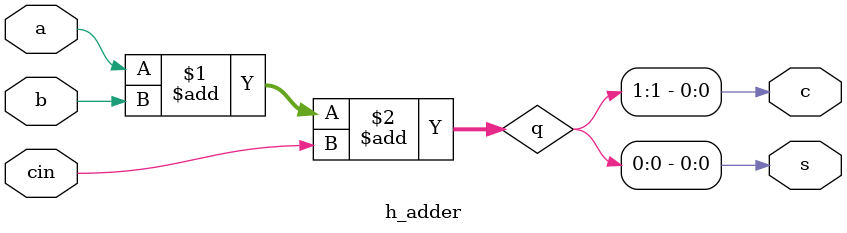
<source format=sv>
module h_adder(a,b,cin,s,c);
  input a,b,cin;
  output s,c;
  wire [1:0]q;
  assign q = a + b + cin;
  assign s=q[0];
  assign c=q[1];
endmodule
</source>
